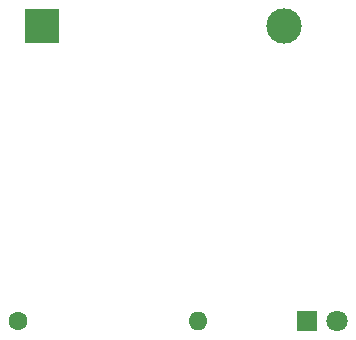
<source format=gbr>
%TF.GenerationSoftware,KiCad,Pcbnew,8.0.2-1*%
%TF.CreationDate,2024-05-29T18:24:22-05:00*%
%TF.ProjectId,circuit,63697263-7569-4742-9e6b-696361645f70,rev?*%
%TF.SameCoordinates,Original*%
%TF.FileFunction,Soldermask,Bot*%
%TF.FilePolarity,Negative*%
%FSLAX46Y46*%
G04 Gerber Fmt 4.6, Leading zero omitted, Abs format (unit mm)*
G04 Created by KiCad (PCBNEW 8.0.2-1) date 2024-05-29 18:24:22*
%MOMM*%
%LPD*%
G01*
G04 APERTURE LIST*
%ADD10C,1.600000*%
%ADD11O,1.600000X1.600000*%
%ADD12R,1.800000X1.800000*%
%ADD13C,1.800000*%
%ADD14R,3.000000X3.000000*%
%ADD15C,3.000000*%
G04 APERTURE END LIST*
D10*
%TO.C,R1*%
X119000000Y-104000000D03*
D11*
X134240000Y-104000000D03*
%TD*%
D12*
%TO.C,D1*%
X143460000Y-104000000D03*
D13*
X146000000Y-104000000D03*
%TD*%
D14*
%TO.C,BT1*%
X121000000Y-79000000D03*
D15*
X141490000Y-79000000D03*
%TD*%
M02*

</source>
